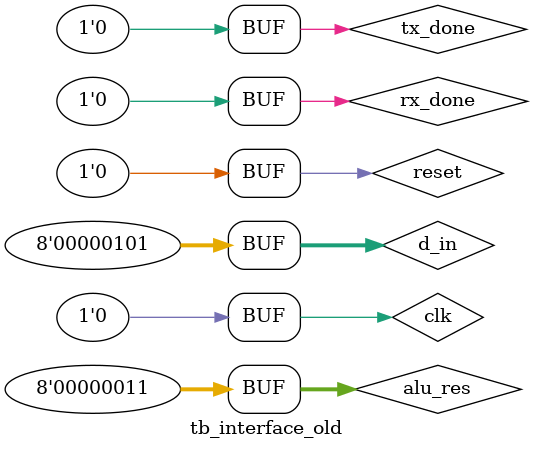
<source format=v>
`timescale 1ns / 1ps


module tb_interface_old;

	// Inputs
	reg reset;
	reg [7:0] d_in;
	reg [7:0] alu_res;
	reg rx_done;
	reg tx_done;
	reg clk;

	// Outputs
	wire tx_start;
	wire [7:0] d_out;
	wire [7:0] a;
	wire [7:0] b;
	wire [7:0] op;

	// Instantiate the Unit Under Test (UUT)
	interface uut (
		.reset(reset), 
		.d_in(d_in), 
		.alu_res(alu_res), 
		.rx_done(rx_done), 
		.tx_done(tx_done), 
		.tx_start(tx_start), 
		.d_out(d_out), 
		.a(a), 
		.b(b), 
		.op(op), 
		.clk(clk)
	);
	
	initial begin
		// Initialize Inputs
		reset = 0;
		d_in = 0;
		alu_res = 0;
		rx_done = 0;
		tx_done = 0;
		clk = 0;

		// Wait 100 ns for global reset to finish
		//Recibo A
		#50;
		
		d_in = 10;
		rx_done = 1;
		#50;
		clk = 1;
		#50;
		clk = 0;
		#50;
		rx_done = 0;
		#50
		clk = 1;
		#50
		clk = 0;
		#50
		
		//Recibo B
		d_in = 9;
		rx_done = 1;
		#50;
		clk = 1;
		#50;
		clk = 0;
		#50;
		rx_done = 0;
		#50
		clk = 1;
		#50
		clk = 0;
		#50
		
		//Recibo OPCODE
		d_in = 5;
		rx_done = 1;
		#50;
		clk = 1;
		#50;
		clk = 0;
		#50;
		rx_done = 0;
        
		// Result
		alu_res = 3;
		
		#50;
		clk = 1;
		#50;
		clk = 0;
		#50;
		clk = 1;
		#50;
		clk = 0;
		#50;
		
		

	end
      
endmodule


</source>
